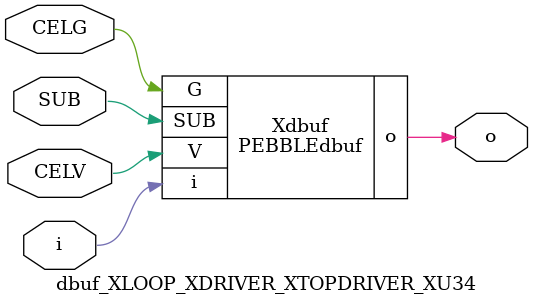
<source format=v>



module PEBBLEdbuf ( o, G, SUB, V, i );

  input V;
  input i;
  input G;
  output o;
  input SUB;
endmodule

//Celera Confidential Do Not Copy dbuf_XLOOP_XDRIVER_XTOPDRIVER_XU34
//Celera Confidential Symbol Generator
//Digital Buffer
module dbuf_XLOOP_XDRIVER_XTOPDRIVER_XU34 (CELV,CELG,i,o,SUB);
input CELV;
input CELG;
input i;
input SUB;
output o;

//Celera Confidential Do Not Copy dbuf
PEBBLEdbuf Xdbuf(
.V (CELV),
.i (i),
.o (o),
.SUB (SUB),
.G (CELG)
);
//,diesize,PEBBLEdbuf

//Celera Confidential Do Not Copy Module End
//Celera Schematic Generator
endmodule

</source>
